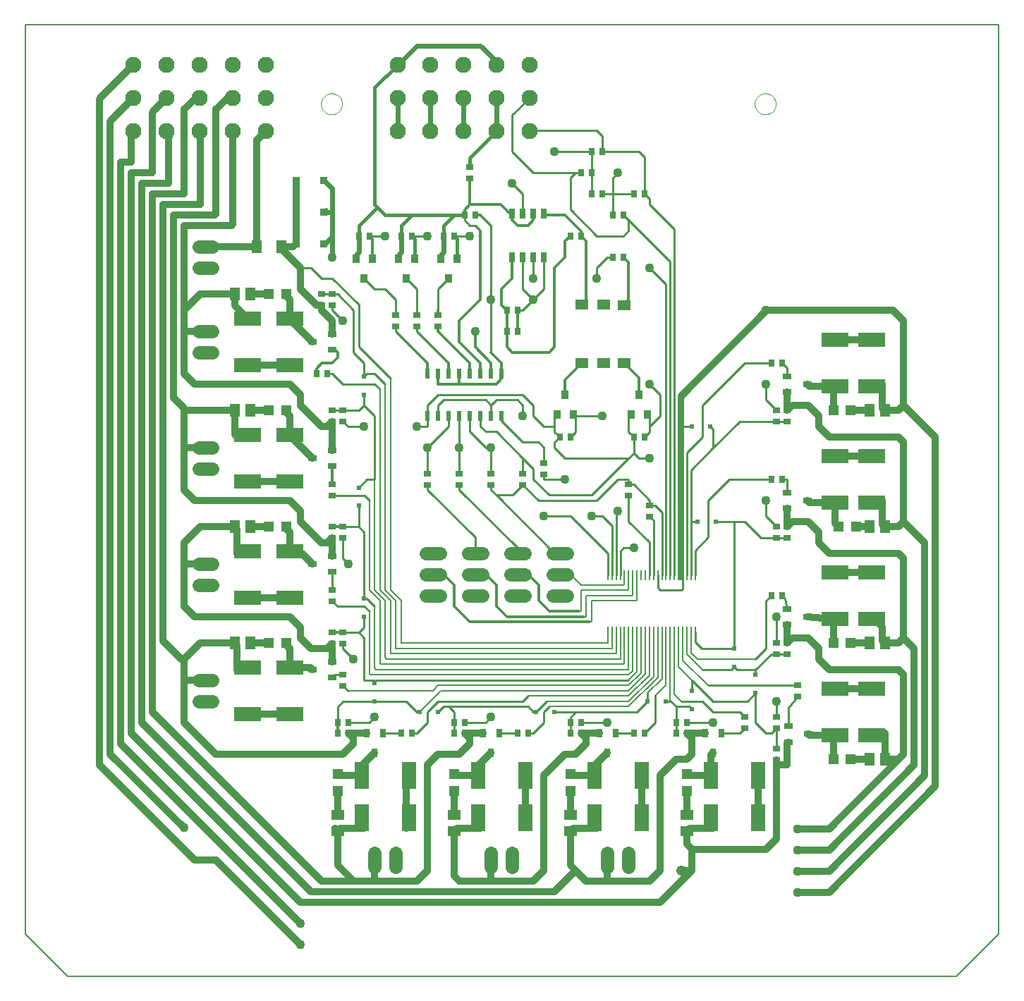
<source format=gtl>
G75*
G70*
%OFA0B0*%
%FSLAX24Y24*%
%IPPOS*%
%LPD*%
%AMOC8*
5,1,8,0,0,1.08239X$1,22.5*
%
%ADD10C,0.0080*%
%ADD11R,0.0278X0.8672*%
%ADD12R,0.0098X0.0492*%
%ADD13R,0.0354X0.0276*%
%ADD14R,0.0220X0.0470*%
%ADD15R,0.0354X0.0394*%
%ADD16R,0.0600X0.0500*%
%ADD17R,0.0300X0.0450*%
%ADD18R,0.0276X0.0354*%
%ADD19C,0.0640*%
%ADD20R,0.0236X0.0236*%
%ADD21R,0.0394X0.0315*%
%ADD22R,0.1260X0.0709*%
%ADD23R,0.0472X0.0472*%
%ADD24R,0.0512X0.0591*%
%ADD25R,0.0315X0.0394*%
%ADD26R,0.0709X0.1260*%
%ADD27R,0.0591X0.0512*%
%ADD28R,0.0335X0.0335*%
%ADD29R,0.0472X0.0630*%
%ADD30C,0.0768*%
%ADD31C,0.0000*%
%ADD32C,0.0100*%
%ADD33C,0.0436*%
%ADD34C,0.0120*%
%ADD35C,0.0240*%
%ADD36C,0.0160*%
%ADD37C,0.0320*%
%ADD38C,0.0476*%
D10*
X000159Y002141D02*
X002181Y000141D01*
X044181Y000141D01*
X046181Y002141D01*
X046181Y045141D01*
X000181Y045141D01*
X000159Y002141D01*
X015437Y013641D02*
X019431Y013641D01*
X019681Y013891D01*
X028681Y013891D01*
X029268Y014478D01*
X029268Y016444D01*
X029071Y016444D02*
X029071Y014531D01*
X028681Y014141D01*
X028681Y014391D02*
X028874Y014584D01*
X028874Y016444D01*
X028677Y016444D02*
X028677Y014641D01*
X016781Y014641D01*
X016764Y014643D01*
X016747Y014647D01*
X016731Y014654D01*
X016717Y014664D01*
X016704Y014677D01*
X016694Y014691D01*
X016687Y014707D01*
X016683Y014724D01*
X016681Y014741D01*
X016681Y017641D01*
X016431Y017391D02*
X016431Y014891D01*
X016431Y014491D01*
X016433Y014474D01*
X016437Y014457D01*
X016444Y014441D01*
X016454Y014427D01*
X016467Y014414D01*
X016481Y014404D01*
X016497Y014397D01*
X016514Y014393D01*
X016531Y014391D01*
X016931Y014391D01*
X028681Y014391D01*
X028381Y014891D02*
X017031Y014891D01*
X017014Y014893D01*
X016997Y014897D01*
X016981Y014904D01*
X016967Y014914D01*
X016954Y014927D01*
X016944Y014941D01*
X016937Y014957D01*
X016933Y014974D01*
X016931Y014991D01*
X016931Y017891D01*
X016431Y018391D01*
X016431Y022641D01*
X016681Y023641D02*
X016681Y018391D01*
X017181Y017891D01*
X017181Y015241D01*
X017183Y015224D01*
X017187Y015207D01*
X017194Y015191D01*
X017204Y015177D01*
X017217Y015164D01*
X017231Y015154D01*
X017247Y015147D01*
X017264Y015143D01*
X017281Y015141D01*
X028284Y015141D01*
X028284Y016444D01*
X028481Y016444D02*
X028481Y015141D01*
X028481Y014991D01*
X028479Y014974D01*
X028475Y014957D01*
X028468Y014941D01*
X028458Y014927D01*
X028445Y014914D01*
X028431Y014904D01*
X028415Y014897D01*
X028398Y014893D01*
X028381Y014891D01*
X028087Y015391D02*
X028087Y016444D01*
X027890Y016444D02*
X027890Y015641D01*
X017681Y015641D01*
X017681Y017891D01*
X017181Y018391D01*
X017181Y028141D01*
X016931Y027891D02*
X016931Y018391D01*
X017431Y017891D01*
X017431Y015391D01*
X028087Y015391D01*
X027693Y015891D02*
X027693Y016444D01*
X027693Y015891D02*
X017931Y015891D01*
X017931Y017891D01*
X017431Y018391D01*
X017431Y028391D01*
X025931Y019141D02*
X026431Y018641D01*
X028381Y018641D01*
X028398Y018643D01*
X028415Y018647D01*
X028431Y018654D01*
X028445Y018664D01*
X028458Y018677D01*
X028468Y018691D01*
X028475Y018707D01*
X028479Y018724D01*
X028481Y018741D01*
X028481Y019121D01*
X028677Y019121D02*
X028677Y018491D01*
X028675Y018474D01*
X028671Y018457D01*
X028664Y018441D01*
X028654Y018427D01*
X028641Y018414D01*
X028627Y018404D01*
X028611Y018397D01*
X028594Y018393D01*
X028577Y018391D01*
X026431Y018391D01*
X026431Y017491D01*
X026429Y017474D01*
X026425Y017457D01*
X026418Y017441D01*
X026408Y017427D01*
X026395Y017414D01*
X026381Y017404D01*
X026365Y017397D01*
X026348Y017393D01*
X026331Y017391D01*
X026581Y017141D02*
X026598Y017143D01*
X026615Y017147D01*
X026631Y017154D01*
X026645Y017164D01*
X026658Y017177D01*
X026668Y017191D01*
X026675Y017207D01*
X026679Y017224D01*
X026681Y017241D01*
X026681Y018141D01*
X028774Y018141D01*
X028791Y018143D01*
X028808Y018147D01*
X028824Y018154D01*
X028838Y018164D01*
X028851Y018177D01*
X028861Y018191D01*
X028868Y018207D01*
X028872Y018224D01*
X028874Y018241D01*
X028874Y019121D01*
X029071Y019121D02*
X029071Y017991D01*
X029069Y017974D01*
X029065Y017957D01*
X029058Y017941D01*
X029048Y017927D01*
X029035Y017914D01*
X029021Y017904D01*
X029005Y017897D01*
X028988Y017893D01*
X028971Y017891D01*
X026931Y017891D01*
X026931Y016991D01*
X026929Y016974D01*
X026925Y016957D01*
X026918Y016941D01*
X026908Y016927D01*
X026895Y016914D01*
X026881Y016904D01*
X026865Y016897D01*
X026848Y016893D01*
X026831Y016891D01*
X029465Y016444D02*
X029465Y014425D01*
X028681Y013641D01*
X019815Y013641D01*
X018815Y012641D01*
X023931Y013391D02*
X028681Y013391D01*
X029662Y014371D01*
X029662Y016444D01*
X029859Y016444D02*
X029859Y014318D01*
X028681Y013141D01*
X024815Y013141D01*
X024931Y012891D02*
X028681Y012891D01*
X030055Y014265D01*
X030055Y016444D01*
X030252Y016444D02*
X030252Y014212D01*
X029565Y013525D01*
X029931Y013391D02*
X030449Y013909D01*
X030449Y016444D01*
X030646Y016444D02*
X030646Y013177D01*
X030843Y013480D02*
X030843Y016444D01*
X031040Y016444D02*
X031040Y014783D01*
X031681Y014141D01*
X032181Y014641D02*
X031433Y015389D01*
X031433Y016444D01*
X031237Y016444D02*
X031237Y015086D01*
X032431Y013891D01*
X031181Y013141D02*
X030843Y013480D01*
X031931Y015141D02*
X031630Y015442D01*
X031630Y016444D01*
X031931Y015141D02*
X034681Y015141D01*
D11*
X031140Y023221D03*
D12*
X031237Y019121D03*
X031433Y019121D03*
X031630Y019121D03*
X031827Y019121D03*
X031040Y019121D03*
X030843Y019121D03*
X030646Y019121D03*
X030449Y019121D03*
X030252Y019121D03*
X030055Y019121D03*
X029859Y019121D03*
X029662Y019121D03*
X029465Y019121D03*
X029268Y019121D03*
X029071Y019121D03*
X028874Y019121D03*
X028677Y019121D03*
X028481Y019121D03*
X028284Y019121D03*
X028087Y019121D03*
X027890Y019121D03*
X027693Y019121D03*
X027693Y016444D03*
X027890Y016444D03*
X028087Y016444D03*
X028284Y016444D03*
X028481Y016444D03*
X028677Y016444D03*
X028874Y016444D03*
X029071Y016444D03*
X029268Y016444D03*
X029465Y016444D03*
X029662Y016444D03*
X029859Y016444D03*
X030055Y016444D03*
X030252Y016444D03*
X030449Y016444D03*
X030646Y016444D03*
X030843Y016444D03*
X031040Y016444D03*
X031237Y016444D03*
X031433Y016444D03*
X031630Y016444D03*
X031827Y016444D03*
D13*
X035681Y015897D03*
X036181Y015897D03*
X036181Y015385D03*
X035681Y015385D03*
X036681Y013897D03*
X036681Y013385D03*
X035681Y012397D03*
X035681Y011885D03*
X035681Y010897D03*
X035681Y010385D03*
X034181Y011885D03*
X034181Y012397D03*
X035681Y020885D03*
X035681Y021397D03*
X036181Y021397D03*
X036181Y020885D03*
X036181Y026385D03*
X036181Y026897D03*
X035681Y026897D03*
X035681Y026385D03*
X029681Y022397D03*
X029681Y021885D03*
X028681Y022885D03*
X028681Y023397D03*
X024681Y023885D03*
X024681Y024397D03*
X023681Y023897D03*
X023681Y023385D03*
X022181Y023385D03*
X022181Y023897D03*
X020681Y023897D03*
X020681Y023385D03*
X019181Y023385D03*
X019181Y023897D03*
X015181Y026385D03*
X014681Y026385D03*
X014681Y026897D03*
X015181Y026897D03*
X014681Y023397D03*
X014681Y022885D03*
X014681Y021397D03*
X015181Y021397D03*
X015181Y020885D03*
X014681Y020885D03*
X014681Y018397D03*
X014681Y017885D03*
X014681Y016397D03*
X015181Y016397D03*
X015181Y015885D03*
X014681Y015885D03*
X015181Y014397D03*
X015181Y013885D03*
X017681Y030885D03*
X017681Y031397D03*
X018681Y031397D03*
X018681Y030885D03*
X019681Y030885D03*
X019681Y031397D03*
X014681Y031885D03*
X014181Y031885D03*
X014181Y032397D03*
X014681Y032397D03*
X021181Y037885D03*
X021181Y038397D03*
D14*
X021181Y028641D03*
X020681Y028641D03*
X020181Y028641D03*
X019681Y028641D03*
X019181Y028641D03*
X019181Y026641D03*
X019681Y026641D03*
X020181Y026641D03*
X020681Y026641D03*
X021181Y026641D03*
X021681Y026641D03*
X022181Y026641D03*
X022681Y026641D03*
X022681Y028641D03*
X022181Y028641D03*
X021681Y028641D03*
D15*
X025288Y026716D03*
X026075Y026716D03*
X025681Y027641D03*
X028788Y026716D03*
X029575Y026716D03*
X029181Y027641D03*
X020575Y034066D03*
X019788Y034066D03*
X020181Y033141D03*
X018575Y034066D03*
X017788Y034066D03*
X018181Y033141D03*
X016575Y034066D03*
X015788Y034066D03*
X016181Y033141D03*
D16*
X026481Y031891D03*
X027501Y031891D03*
X028451Y031881D03*
X028481Y029141D03*
X027501Y029141D03*
X026481Y029141D03*
D17*
X024681Y034141D03*
X024181Y034141D03*
X023681Y034141D03*
X023181Y034141D03*
X023181Y036191D03*
X023681Y036191D03*
X024181Y036191D03*
X024681Y036191D03*
D18*
X025926Y035141D03*
X026437Y035141D03*
X027926Y034141D03*
X028437Y034141D03*
X028437Y036141D03*
X027926Y036141D03*
X027437Y037141D03*
X026926Y037141D03*
X026937Y038141D03*
X026426Y038141D03*
X026926Y039141D03*
X027437Y039141D03*
X028926Y037141D03*
X029437Y037141D03*
X023437Y031641D03*
X022926Y031641D03*
X022926Y030641D03*
X023437Y030641D03*
X020437Y035141D03*
X019926Y035141D03*
X020926Y036141D03*
X021437Y036141D03*
X018437Y035141D03*
X017926Y035141D03*
X016437Y035141D03*
X015926Y035141D03*
X014437Y028641D03*
X013926Y028641D03*
X025426Y025641D03*
X025937Y025641D03*
X028926Y025641D03*
X029437Y025641D03*
X035426Y023641D03*
X035937Y023641D03*
X035937Y018141D03*
X035426Y018141D03*
X031437Y012141D03*
X031437Y011641D03*
X030926Y011641D03*
X030926Y012141D03*
X029437Y011641D03*
X028926Y011641D03*
X026437Y011641D03*
X026437Y012141D03*
X025926Y012141D03*
X025926Y011641D03*
X023937Y011641D03*
X023426Y011641D03*
X020937Y011641D03*
X020937Y012141D03*
X020426Y012141D03*
X020426Y011641D03*
X018437Y011641D03*
X017926Y011641D03*
X015437Y011641D03*
X015437Y012141D03*
X014926Y012141D03*
X014926Y011641D03*
X035426Y029141D03*
X035937Y029141D03*
D19*
X025751Y020141D02*
X025111Y020141D01*
X025111Y019141D02*
X025751Y019141D01*
X025751Y018141D02*
X025111Y018141D01*
X023751Y018141D02*
X023111Y018141D01*
X023111Y019141D02*
X023751Y019141D01*
X023751Y020141D02*
X023111Y020141D01*
X021751Y020141D02*
X021111Y020141D01*
X021111Y019141D02*
X021751Y019141D01*
X021751Y018141D02*
X021111Y018141D01*
X019751Y018141D02*
X019111Y018141D01*
X019111Y019141D02*
X019751Y019141D01*
X019751Y020141D02*
X019111Y020141D01*
X009001Y019641D02*
X008361Y019641D01*
X008361Y018641D02*
X009001Y018641D01*
X009001Y014141D02*
X008361Y014141D01*
X008361Y013141D02*
X009001Y013141D01*
X016681Y005961D02*
X016681Y005321D01*
X017681Y005321D02*
X017681Y005961D01*
X022181Y005961D02*
X022181Y005321D01*
X023181Y005321D02*
X023181Y005961D01*
X027681Y005961D02*
X027681Y005321D01*
X028681Y005321D02*
X028681Y005961D01*
X009001Y024141D02*
X008361Y024141D01*
X008361Y025141D02*
X009001Y025141D01*
X009001Y029641D02*
X008361Y029641D01*
X008361Y030641D02*
X009001Y030641D01*
X009001Y033641D02*
X008361Y033641D01*
X008361Y034641D02*
X009001Y034641D01*
D20*
X016181Y028507D03*
X016181Y027641D03*
X015931Y023257D03*
X015931Y022391D03*
X016181Y018007D03*
X016181Y017141D03*
X016681Y014007D03*
X016681Y013141D03*
X018815Y012641D03*
X019681Y012641D03*
X024315Y012641D03*
X025181Y012641D03*
X029565Y013141D03*
X030431Y013141D03*
X031681Y012775D03*
X031681Y013641D03*
X033681Y014775D03*
X033681Y015641D03*
X034681Y014391D03*
X034681Y013525D03*
X032798Y021641D03*
X031931Y021641D03*
X031681Y026141D03*
X032548Y026141D03*
D21*
X036181Y027767D03*
X036181Y028515D03*
X037126Y028141D03*
X036181Y023015D03*
X036181Y022267D03*
X037126Y022641D03*
X036181Y017515D03*
X036181Y016767D03*
X037126Y017141D03*
X036231Y011965D03*
X036231Y011217D03*
X037176Y011591D03*
X014681Y014267D03*
X014681Y015015D03*
X013737Y014641D03*
X014681Y019267D03*
X014681Y020015D03*
X013737Y019641D03*
X014681Y024267D03*
X014681Y025015D03*
X013737Y024641D03*
X014681Y029767D03*
X014681Y030515D03*
X013737Y030141D03*
D22*
X012681Y029039D03*
X010681Y029039D03*
X010681Y031243D03*
X012681Y031243D03*
X012681Y025743D03*
X010681Y025743D03*
X010681Y023539D03*
X012681Y023539D03*
X012681Y020243D03*
X010681Y020243D03*
X010681Y018039D03*
X012681Y018039D03*
X012681Y014743D03*
X010681Y014743D03*
X010681Y012539D03*
X012681Y012539D03*
X038431Y011539D03*
X040181Y011539D03*
X040181Y013743D03*
X038431Y013743D03*
X038431Y017039D03*
X040181Y017039D03*
X040181Y019243D03*
X038431Y019243D03*
X038431Y022539D03*
X040181Y022539D03*
X040181Y024743D03*
X038431Y024743D03*
X038431Y028039D03*
X040181Y028039D03*
X040181Y030243D03*
X038431Y030243D03*
D23*
X038355Y026891D03*
X039181Y026891D03*
X039431Y021391D03*
X038605Y021391D03*
X038355Y015891D03*
X039181Y015891D03*
X039181Y010391D03*
X038355Y010391D03*
X031431Y009718D03*
X031431Y008891D03*
X025931Y008891D03*
X025931Y009718D03*
X020431Y009718D03*
X020431Y008891D03*
X014931Y008891D03*
X014931Y009718D03*
X012508Y015891D03*
X011681Y015891D03*
X011681Y021391D03*
X012508Y021391D03*
X012508Y026891D03*
X011681Y026891D03*
X011681Y032391D03*
X012508Y032391D03*
D24*
X010805Y032391D03*
X010057Y032391D03*
X010057Y026891D03*
X010805Y026891D03*
X010805Y021391D03*
X010057Y021391D03*
X010057Y015891D03*
X010805Y015891D03*
X040057Y015891D03*
X040805Y015891D03*
X040805Y021391D03*
X040057Y021391D03*
X040057Y026891D03*
X040805Y026891D03*
X040805Y010391D03*
X040057Y010391D03*
D25*
X033055Y011641D03*
X032307Y011641D03*
X032681Y010696D03*
X028055Y011641D03*
X027307Y011641D03*
X027681Y010696D03*
X022555Y011641D03*
X021807Y011641D03*
X022181Y010696D03*
X017055Y011641D03*
X016307Y011641D03*
X016681Y010696D03*
D26*
X016079Y009641D03*
X016079Y007641D03*
X018284Y007641D03*
X018284Y009641D03*
X021579Y009641D03*
X021579Y007641D03*
X023784Y007641D03*
X023784Y009641D03*
X027079Y009641D03*
X027079Y007641D03*
X029284Y007641D03*
X029284Y009641D03*
X032579Y009641D03*
X032579Y007641D03*
X034784Y007641D03*
X034784Y009641D03*
D27*
X031431Y007765D03*
X031431Y007017D03*
X025931Y007017D03*
X025931Y007765D03*
X020431Y007765D03*
X020431Y007017D03*
X014931Y007017D03*
X014931Y007765D03*
D28*
X014260Y034787D03*
X012961Y034787D03*
X012961Y036287D03*
X014260Y036287D03*
X014260Y037787D03*
X012961Y037787D03*
D29*
X012272Y034641D03*
X011091Y034641D03*
D30*
X011517Y040101D03*
X009958Y040101D03*
X008399Y040101D03*
X006840Y040101D03*
X005281Y040101D03*
X005281Y041672D03*
X006840Y041672D03*
X006840Y043243D03*
X005281Y043243D03*
X008399Y043243D03*
X009958Y043243D03*
X011517Y043243D03*
X011517Y041672D03*
X009958Y041672D03*
X008399Y041672D03*
X017753Y041672D03*
X019312Y041672D03*
X019312Y043243D03*
X017753Y043243D03*
X020871Y043243D03*
X022430Y043243D03*
X023989Y043243D03*
X023989Y041672D03*
X022430Y041672D03*
X020871Y041672D03*
X020871Y040101D03*
X022430Y040101D03*
X023989Y040101D03*
X019312Y040101D03*
X017753Y040101D03*
D31*
X014135Y041392D02*
X014137Y041436D01*
X014143Y041480D01*
X014153Y041523D01*
X014166Y041565D01*
X014183Y041606D01*
X014204Y041645D01*
X014228Y041682D01*
X014255Y041717D01*
X014285Y041749D01*
X014318Y041779D01*
X014354Y041805D01*
X014391Y041829D01*
X014431Y041848D01*
X014472Y041865D01*
X014515Y041877D01*
X014558Y041886D01*
X014602Y041891D01*
X014646Y041892D01*
X014690Y041889D01*
X014734Y041882D01*
X014777Y041871D01*
X014819Y041857D01*
X014859Y041839D01*
X014898Y041817D01*
X014934Y041793D01*
X014968Y041765D01*
X015000Y041734D01*
X015029Y041700D01*
X015055Y041664D01*
X015077Y041626D01*
X015096Y041586D01*
X015111Y041544D01*
X015123Y041502D01*
X015131Y041458D01*
X015135Y041414D01*
X015135Y041370D01*
X015131Y041326D01*
X015123Y041282D01*
X015111Y041240D01*
X015096Y041198D01*
X015077Y041158D01*
X015055Y041120D01*
X015029Y041084D01*
X015000Y041050D01*
X014968Y041019D01*
X014934Y040991D01*
X014898Y040967D01*
X014859Y040945D01*
X014819Y040927D01*
X014777Y040913D01*
X014734Y040902D01*
X014690Y040895D01*
X014646Y040892D01*
X014602Y040893D01*
X014558Y040898D01*
X014515Y040907D01*
X014472Y040919D01*
X014431Y040936D01*
X014391Y040955D01*
X014354Y040979D01*
X014318Y041005D01*
X014285Y041035D01*
X014255Y041067D01*
X014228Y041102D01*
X014204Y041139D01*
X014183Y041178D01*
X014166Y041219D01*
X014153Y041261D01*
X014143Y041304D01*
X014137Y041348D01*
X014135Y041392D01*
X034635Y041392D02*
X034637Y041436D01*
X034643Y041480D01*
X034653Y041523D01*
X034666Y041565D01*
X034683Y041606D01*
X034704Y041645D01*
X034728Y041682D01*
X034755Y041717D01*
X034785Y041749D01*
X034818Y041779D01*
X034854Y041805D01*
X034891Y041829D01*
X034931Y041848D01*
X034972Y041865D01*
X035015Y041877D01*
X035058Y041886D01*
X035102Y041891D01*
X035146Y041892D01*
X035190Y041889D01*
X035234Y041882D01*
X035277Y041871D01*
X035319Y041857D01*
X035359Y041839D01*
X035398Y041817D01*
X035434Y041793D01*
X035468Y041765D01*
X035500Y041734D01*
X035529Y041700D01*
X035555Y041664D01*
X035577Y041626D01*
X035596Y041586D01*
X035611Y041544D01*
X035623Y041502D01*
X035631Y041458D01*
X035635Y041414D01*
X035635Y041370D01*
X035631Y041326D01*
X035623Y041282D01*
X035611Y041240D01*
X035596Y041198D01*
X035577Y041158D01*
X035555Y041120D01*
X035529Y041084D01*
X035500Y041050D01*
X035468Y041019D01*
X035434Y040991D01*
X035398Y040967D01*
X035359Y040945D01*
X035319Y040927D01*
X035277Y040913D01*
X035234Y040902D01*
X035190Y040895D01*
X035146Y040892D01*
X035102Y040893D01*
X035058Y040898D01*
X035015Y040907D01*
X034972Y040919D01*
X034931Y040936D01*
X034891Y040955D01*
X034854Y040979D01*
X034818Y041005D01*
X034785Y041035D01*
X034755Y041067D01*
X034728Y041102D01*
X034704Y041139D01*
X034683Y041178D01*
X034666Y041219D01*
X034653Y041261D01*
X034643Y041304D01*
X034637Y041348D01*
X034635Y041392D01*
D32*
X029681Y036897D02*
X029437Y037141D01*
X029437Y038885D01*
X029181Y039141D01*
X027437Y039141D01*
X027437Y039885D01*
X027181Y040141D01*
X024029Y040141D01*
X023989Y040101D01*
X023181Y040864D02*
X023181Y039141D01*
X024181Y038141D01*
X026426Y038141D01*
X026181Y038141D01*
X025931Y037891D01*
X025931Y036391D01*
X027181Y035141D01*
X028431Y035141D01*
X028681Y035391D01*
X028681Y035897D01*
X028437Y036141D01*
X030646Y033932D01*
X030646Y019121D01*
X030843Y019121D02*
X030843Y035480D01*
X029681Y036641D01*
X029681Y036897D01*
X028926Y037141D02*
X027926Y037141D01*
X027437Y037141D01*
X027926Y037141D02*
X027926Y037885D01*
X028181Y038141D01*
X027926Y037141D02*
X027926Y036141D01*
X027926Y036653D01*
X026926Y037141D02*
X026937Y038141D01*
X026926Y039141D01*
X025181Y039141D01*
X023181Y037641D02*
X023681Y037141D01*
X023681Y036191D01*
X022181Y035641D02*
X022181Y032141D01*
X022181Y029641D01*
X020181Y029141D02*
X018681Y030641D01*
X018681Y030885D01*
X018681Y031397D02*
X018681Y032641D01*
X018181Y033141D01*
X017681Y032141D02*
X017181Y032641D01*
X016681Y032641D01*
X016181Y033141D01*
X014926Y032397D02*
X015681Y031641D01*
X015681Y029641D01*
X016181Y029141D01*
X016181Y028507D01*
X016315Y028641D01*
X016681Y028641D01*
X017181Y028141D01*
X016931Y027891D02*
X016681Y028141D01*
X015181Y028141D01*
X014681Y028641D01*
X014437Y028641D01*
X015931Y029891D02*
X015931Y031891D01*
X014681Y033141D01*
X014181Y033141D01*
X013681Y033641D01*
X013181Y033641D01*
X014181Y032397D02*
X014681Y032397D01*
X014926Y032397D01*
X014681Y031885D02*
X014681Y031641D01*
X015181Y031141D01*
X015931Y029891D02*
X017431Y028391D01*
X016181Y027641D02*
X016181Y027141D01*
X015931Y026891D01*
X015917Y026897D02*
X015181Y026897D01*
X014681Y026897D01*
X015181Y026385D02*
X015426Y026141D01*
X016181Y026141D01*
X016681Y026641D02*
X016681Y023641D01*
X016315Y023641D01*
X015931Y023257D01*
X016146Y022885D02*
X014681Y022885D01*
X015931Y022391D02*
X015931Y021411D01*
X015926Y021397D02*
X015181Y021397D01*
X015181Y020885D02*
X015181Y019891D01*
X015431Y019641D01*
X014681Y019267D02*
X014681Y018397D01*
X014681Y017885D02*
X014926Y017641D01*
X016181Y017641D01*
X016431Y017391D01*
X016181Y017141D02*
X016181Y016641D01*
X015931Y016391D01*
X015187Y016391D01*
X015181Y016397D01*
X015181Y015885D02*
X015181Y015641D01*
X015681Y015141D01*
X015181Y014397D02*
X014811Y014397D01*
X014681Y014267D01*
X015181Y013885D02*
X015437Y013641D01*
X015181Y013141D02*
X016681Y013141D01*
X018181Y013141D01*
X018681Y012641D01*
X018815Y012641D01*
X019181Y012641D02*
X019181Y012141D01*
X018681Y011641D01*
X018437Y011641D01*
X017926Y011641D02*
X017055Y011641D01*
X016431Y012141D02*
X016681Y012391D01*
X016431Y012141D02*
X015437Y012141D01*
X014926Y012141D02*
X014926Y012885D01*
X015181Y013141D01*
X016181Y014141D02*
X016181Y016141D01*
X015931Y016391D01*
X016681Y017641D02*
X016315Y018007D01*
X016181Y018007D01*
X016181Y021141D01*
X015926Y021397D01*
X015925Y021397D02*
X015929Y021403D01*
X015931Y021411D01*
X016431Y022641D02*
X016217Y022856D01*
X016205Y022866D01*
X016191Y022874D01*
X016177Y022880D01*
X016162Y022884D01*
X016146Y022885D01*
X019181Y023141D02*
X021431Y020891D01*
X021431Y020141D01*
X023431Y020141D02*
X023431Y020391D01*
X020681Y023141D01*
X020681Y023385D01*
X020681Y023897D02*
X020681Y025141D01*
X020681Y026641D01*
X020181Y026641D02*
X020181Y026141D01*
X019181Y025141D01*
X019181Y023897D01*
X019181Y023385D02*
X019181Y023141D01*
X019181Y026141D02*
X018681Y026141D01*
X019181Y026141D02*
X019181Y027141D01*
X019681Y027641D01*
X023681Y027641D01*
X024181Y027141D01*
X024181Y026641D01*
X024681Y026141D01*
X025181Y026141D01*
X025181Y026641D01*
X025256Y026716D01*
X025288Y026716D01*
X025181Y026141D02*
X025181Y025885D01*
X025426Y025641D01*
X025181Y025397D01*
X025181Y025141D01*
X025681Y024641D01*
X028681Y024641D01*
X028926Y024885D01*
X029170Y024641D01*
X029681Y024641D01*
X028926Y024885D02*
X028926Y025641D01*
X028681Y025885D01*
X028681Y026641D01*
X028756Y026716D01*
X028788Y026716D01*
X029575Y026716D02*
X029607Y026716D01*
X029681Y026641D01*
X029681Y026141D01*
X030181Y026641D01*
X030181Y027641D01*
X029681Y028141D01*
X031237Y027655D02*
X031237Y026141D01*
X031681Y026141D01*
X031237Y026141D02*
X031237Y019121D01*
X031237Y018446D01*
X031181Y018391D01*
X030181Y018391D01*
X030055Y018517D01*
X030055Y019121D01*
X029859Y019121D02*
X029859Y021708D01*
X029681Y021885D01*
X029681Y022397D02*
X029681Y022641D01*
X028926Y023397D01*
X028681Y023397D01*
X028681Y023641D01*
X028181Y023641D01*
X027181Y022641D01*
X024426Y022641D01*
X023681Y023385D01*
X023193Y022897D01*
X022426Y022897D01*
X025181Y020141D01*
X025431Y020141D01*
X025931Y021891D02*
X024681Y021891D01*
X024931Y022891D02*
X026931Y022891D01*
X028681Y024641D01*
X029437Y025641D02*
X029681Y025885D01*
X029681Y026141D01*
X031433Y024893D02*
X032181Y025641D01*
X032181Y027141D01*
X034181Y029141D01*
X035426Y029141D01*
X035937Y029141D02*
X036181Y028897D01*
X036181Y028515D01*
X035181Y028141D02*
X035181Y027397D01*
X035681Y026897D01*
X035681Y026385D02*
X036181Y026385D01*
X035681Y026385D02*
X033926Y026385D01*
X032681Y025141D01*
X032681Y026007D01*
X032548Y026141D01*
X032681Y025141D02*
X031630Y024090D01*
X031630Y021641D01*
X031931Y021641D01*
X031630Y021641D02*
X031630Y019121D01*
X031433Y019121D02*
X031433Y024893D01*
X033431Y023641D02*
X032431Y022641D01*
X032431Y020891D01*
X031827Y020287D01*
X031827Y019121D01*
X031237Y019121D02*
X031040Y019121D01*
X030449Y019121D02*
X030449Y032873D01*
X029681Y033641D01*
X027926Y034141D02*
X027681Y034141D01*
X027181Y033641D01*
X027181Y033141D01*
X024681Y032641D02*
X024681Y034141D01*
X024181Y034141D02*
X024181Y033141D01*
X023681Y032641D02*
X024181Y032141D01*
X023681Y031641D01*
X023437Y031641D01*
X024181Y032141D02*
X024681Y032641D01*
X023681Y032641D02*
X023681Y034141D01*
X021681Y035385D02*
X021681Y035391D01*
X021431Y035641D01*
X021181Y035641D01*
X020931Y035891D01*
X020931Y036135D01*
X020926Y036141D01*
X021181Y035141D02*
X020437Y035141D01*
X019181Y035141D02*
X018437Y035141D01*
X017181Y035141D02*
X016437Y035141D01*
X017681Y032141D02*
X017681Y031397D01*
X017681Y030885D02*
X017681Y030641D01*
X018181Y030141D01*
X019681Y031641D02*
X019681Y032641D01*
X020181Y033141D01*
X019931Y027391D02*
X021931Y027391D01*
X022181Y027141D01*
X022431Y027391D01*
X023431Y027391D01*
X023681Y027141D01*
X023681Y026641D01*
X022681Y026391D02*
X023681Y025391D01*
X024431Y025391D01*
X024681Y025141D01*
X024681Y024397D01*
X024681Y023885D02*
X024681Y023641D01*
X025681Y023641D01*
X024931Y022891D02*
X024181Y023641D01*
X024181Y024141D01*
X023681Y024641D01*
X023681Y023897D01*
X023681Y024641D02*
X022431Y025891D01*
X021931Y025891D01*
X021681Y026141D01*
X021681Y026641D01*
X021181Y026641D02*
X021181Y025891D01*
X021931Y025141D01*
X022181Y025141D01*
X022181Y023897D01*
X022181Y023385D02*
X022181Y023141D01*
X022426Y022897D01*
X025931Y021891D02*
X027693Y020129D01*
X027693Y019121D01*
X027890Y019121D02*
X027890Y021432D01*
X027431Y021891D01*
X026931Y021891D01*
X028087Y022047D02*
X028087Y019121D01*
X028284Y019121D02*
X028284Y020243D01*
X028431Y020391D01*
X028931Y020391D01*
X029662Y020661D02*
X029662Y019121D01*
X030252Y019121D02*
X030252Y022070D01*
X029926Y022397D01*
X029681Y022397D01*
X028681Y022885D02*
X028681Y021641D01*
X029662Y020661D01*
X028181Y022141D02*
X028087Y022047D01*
X028670Y023385D02*
X028681Y023397D01*
X026181Y025885D02*
X026181Y026641D01*
X026107Y026716D01*
X026075Y026716D01*
X026150Y026641D01*
X026181Y026641D02*
X027431Y026641D01*
X026181Y025885D02*
X025937Y025641D01*
X022681Y026391D02*
X022681Y026641D01*
X022181Y026641D02*
X022181Y027141D01*
X019931Y027391D02*
X019681Y027141D01*
X019681Y026641D01*
X019181Y026641D02*
X019181Y027141D01*
X016681Y026641D02*
X016181Y027141D01*
X015931Y026891D02*
X015925Y026895D01*
X015917Y026897D01*
X016181Y014141D02*
X016681Y014141D01*
X016681Y014007D01*
X016681Y014041D01*
X016683Y014058D01*
X016687Y014075D01*
X016694Y014091D01*
X016704Y014105D01*
X016717Y014118D01*
X016731Y014128D01*
X016747Y014135D01*
X016764Y014139D01*
X016781Y014141D01*
X028681Y014141D01*
X029565Y013525D02*
X029565Y013141D01*
X029065Y012641D01*
X026181Y012641D01*
X025181Y012641D01*
X024931Y012891D02*
X024681Y012641D01*
X024681Y012141D01*
X024181Y011641D01*
X023937Y011641D01*
X023426Y011641D02*
X022555Y011641D01*
X021931Y012141D02*
X022181Y012391D01*
X021931Y012141D02*
X020937Y012141D01*
X020426Y012141D02*
X020426Y011641D01*
X020426Y012141D02*
X020426Y012647D01*
X020181Y012891D01*
X023931Y012891D01*
X024181Y012641D01*
X024315Y012641D01*
X024815Y013141D01*
X023931Y013391D02*
X023681Y013141D01*
X019681Y013141D01*
X019181Y012641D01*
X019681Y012641D02*
X019931Y012891D01*
X020181Y012891D01*
X025926Y012385D02*
X025926Y012141D01*
X025926Y011641D01*
X026437Y012141D02*
X027681Y012141D01*
X028055Y011641D02*
X028926Y011641D01*
X029437Y011641D02*
X029931Y012135D01*
X029931Y013391D01*
X030431Y013141D02*
X030611Y013141D01*
X030646Y013177D01*
X030931Y012891D01*
X030926Y012885D01*
X030926Y012141D01*
X030926Y011641D01*
X031437Y012141D02*
X032681Y012141D01*
X032681Y012641D02*
X032181Y013141D01*
X031181Y013141D01*
X030931Y012891D02*
X031565Y012891D01*
X031681Y012775D01*
X031681Y013641D02*
X031681Y014141D01*
X032681Y013141D01*
X034298Y013141D01*
X034681Y013525D01*
X034681Y012141D01*
X035181Y011641D01*
X035437Y011641D01*
X035681Y011885D01*
X035681Y010897D01*
X036231Y011965D02*
X036231Y012835D01*
X036681Y013385D01*
X036681Y013897D02*
X036176Y013891D01*
X032431Y013891D01*
X032181Y014641D02*
X033548Y014641D01*
X033681Y014775D01*
X033815Y014641D01*
X034681Y014641D01*
X035426Y015385D01*
X035681Y015385D01*
X036181Y015385D01*
X035681Y015897D02*
X035681Y017141D01*
X036181Y017515D02*
X036063Y018015D01*
X035937Y018141D01*
X035426Y018141D02*
X035181Y017897D01*
X035181Y015641D01*
X034681Y015141D01*
X034681Y014641D02*
X034681Y014391D01*
X035681Y013141D02*
X035681Y012397D01*
X034181Y012397D02*
X033937Y012641D01*
X032681Y012641D01*
X033055Y011641D02*
X033937Y011641D01*
X034181Y011885D01*
X033681Y015641D02*
X032130Y015641D01*
X031827Y015944D01*
X031827Y016444D01*
X033681Y015641D02*
X033681Y021641D01*
X034181Y021641D01*
X034937Y020885D01*
X035681Y020885D01*
X036181Y020885D01*
X035681Y021397D02*
X035181Y021897D01*
X035181Y022641D01*
X035426Y023641D02*
X033431Y023641D01*
X033681Y021641D02*
X032798Y021641D01*
X035937Y023641D02*
X036181Y023641D01*
X036181Y023015D01*
X026181Y012641D02*
X025926Y012385D01*
X023181Y040864D02*
X023989Y041672D01*
D33*
X025181Y039141D03*
X023181Y037641D03*
X021181Y035141D03*
X019181Y035141D03*
X017181Y035141D03*
X014681Y034141D03*
X015181Y031141D03*
X016181Y026141D03*
X018681Y026141D03*
X019181Y025141D03*
X020681Y025141D03*
X022181Y025141D03*
X023681Y026641D03*
X025681Y023641D03*
X024681Y021891D03*
X026931Y021891D03*
X028181Y022141D03*
X028931Y020391D03*
X029681Y024641D03*
X027431Y026641D03*
X029681Y028141D03*
X035181Y028141D03*
X035181Y031641D03*
X029681Y033641D03*
X027181Y033141D03*
X024181Y033141D03*
X024181Y032141D03*
X022181Y032141D03*
X021431Y030641D03*
X028181Y038141D03*
X035181Y022641D03*
X035681Y017141D03*
X035681Y013141D03*
X032681Y012141D03*
X027681Y012141D03*
X022181Y012391D03*
X016681Y012391D03*
X015681Y015141D03*
X015431Y019641D03*
X007652Y007170D03*
X013181Y002641D03*
X013181Y001641D03*
X036652Y004112D03*
X036652Y005112D03*
X036652Y006112D03*
X036652Y007112D03*
D34*
X031681Y006100D02*
X031681Y005641D01*
X031681Y006100D02*
X031680Y006116D01*
X031676Y006131D01*
X031670Y006145D01*
X031662Y006159D01*
X031652Y006171D01*
X031652Y006170D02*
X031431Y006391D01*
X026831Y016891D02*
X021181Y016891D01*
X020431Y017641D01*
X020431Y018641D01*
X019961Y019112D01*
X019890Y019141D02*
X019431Y019141D01*
X019890Y019141D02*
X019906Y019140D01*
X019921Y019136D01*
X019935Y019130D01*
X019949Y019122D01*
X019961Y019112D01*
X021431Y019141D02*
X021890Y019141D01*
X021961Y019112D02*
X022431Y018641D01*
X022431Y017641D01*
X022931Y017141D01*
X026581Y017141D01*
X026331Y017391D02*
X024931Y017391D01*
X024431Y017891D01*
X024431Y018641D01*
X023961Y019112D01*
X023890Y019141D02*
X023431Y019141D01*
X023890Y019141D02*
X023906Y019140D01*
X023921Y019136D01*
X023935Y019130D01*
X023949Y019122D01*
X023961Y019112D01*
X025431Y019141D02*
X025931Y019141D01*
X021961Y019112D02*
X021949Y019122D01*
X021935Y019130D01*
X021921Y019136D01*
X021906Y019140D01*
X021890Y019141D01*
X015181Y021397D02*
X014681Y021397D01*
X014681Y023397D02*
X014681Y024267D01*
X013926Y028641D02*
X013926Y028885D01*
X014181Y029141D01*
X014681Y029141D01*
X014931Y029391D01*
X014931Y029641D01*
X014805Y029767D01*
X014681Y029767D01*
X018181Y030141D02*
X019181Y029141D01*
X019181Y028641D01*
X019681Y028641D02*
X019681Y028141D01*
X020681Y028141D01*
X020681Y028641D01*
X020181Y028641D02*
X020181Y029141D01*
X021181Y029141D02*
X021181Y028641D01*
X021181Y029141D02*
X019681Y030641D01*
X019681Y030885D01*
X019681Y031397D02*
X019681Y031641D01*
X020681Y031141D02*
X021681Y032141D01*
X021681Y035385D01*
X022181Y035641D02*
X021681Y036141D01*
X021437Y036141D01*
X020926Y036141D02*
X020926Y036385D01*
X021181Y036641D01*
X021181Y037885D01*
X021181Y036641D02*
X022631Y036641D01*
X023131Y036141D01*
X023181Y036191D01*
X023181Y035891D01*
X023431Y035641D01*
X023931Y035641D01*
X024181Y035891D01*
X024181Y036191D01*
X024681Y036191D02*
X024731Y036141D01*
X025681Y036141D01*
X026437Y035385D01*
X026437Y035141D01*
X026681Y034897D01*
X026681Y032141D01*
X026481Y031941D01*
X026481Y031891D01*
X028451Y031881D02*
X028451Y031911D01*
X028681Y032141D01*
X028681Y033891D01*
X028437Y034135D01*
X028437Y034141D01*
X025926Y035141D02*
X025681Y034897D01*
X025681Y034141D01*
X025181Y033641D01*
X025181Y029891D01*
X024931Y029641D01*
X023181Y029641D01*
X022926Y029897D01*
X022926Y030641D01*
X022926Y031641D01*
X022681Y031885D01*
X022681Y032641D01*
X023181Y033141D01*
X023181Y034141D01*
X023437Y031641D02*
X023437Y030641D01*
X022181Y029641D02*
X022681Y029141D01*
X022681Y028641D01*
X022681Y028391D01*
X022431Y028141D01*
X020681Y028141D01*
X021681Y028641D02*
X021681Y029141D01*
X020681Y030141D01*
X020681Y031141D01*
X021431Y030641D02*
X021431Y029891D01*
X022181Y029141D01*
X022181Y028641D01*
X025681Y028341D02*
X025681Y027641D01*
X025681Y028341D02*
X026481Y029141D01*
X028481Y029141D02*
X029181Y028441D01*
X029181Y027641D01*
X016575Y034066D02*
X016575Y035003D01*
X016437Y035141D01*
X015181Y016397D02*
X014681Y016397D01*
X014926Y012141D02*
X014926Y011641D01*
D35*
X015788Y034066D02*
X015788Y034247D01*
X015931Y034391D01*
X015931Y035135D01*
X015926Y035141D01*
X014681Y035141D02*
X014356Y034816D01*
X014286Y034787D02*
X014260Y034787D01*
X014286Y034787D02*
X014302Y034788D01*
X014317Y034792D01*
X014331Y034798D01*
X014345Y034806D01*
X014357Y034816D01*
X014681Y035141D02*
X014681Y035641D01*
X014681Y034141D01*
X014681Y035641D02*
X014681Y037324D01*
X014681Y036387D01*
X014679Y036370D01*
X014675Y036353D01*
X014668Y036337D01*
X014658Y036323D01*
X014645Y036310D01*
X014631Y036300D01*
X014615Y036293D01*
X014598Y036289D01*
X014581Y036287D01*
X014260Y036287D01*
X014681Y037324D02*
X014680Y037340D01*
X014676Y037355D01*
X014670Y037369D01*
X014662Y037383D01*
X014652Y037395D01*
X014260Y037787D01*
X017753Y040101D02*
X017753Y041672D01*
X017753Y043213D02*
X017753Y043243D01*
X018651Y044141D01*
X021681Y044141D01*
X022430Y043392D01*
X022430Y043243D01*
X022579Y043243D01*
X022430Y041672D02*
X022430Y040101D01*
X020871Y040101D02*
X020871Y041672D01*
X019312Y041672D02*
X019312Y040101D01*
X019926Y035141D02*
X019931Y035135D01*
X019931Y034391D01*
X019788Y034247D01*
X019788Y034066D01*
X017931Y034391D02*
X017788Y034247D01*
X017788Y034066D01*
X017931Y034391D02*
X017931Y035135D01*
X017926Y035141D01*
D36*
X017926Y035635D01*
X018431Y036141D01*
X017181Y036141D01*
X016806Y036516D01*
X015931Y035641D01*
X015931Y035147D01*
X015926Y035141D01*
X016806Y036516D02*
X016681Y036641D01*
X016681Y042171D01*
X017753Y043243D01*
X021181Y038853D02*
X022430Y040101D01*
X021181Y038853D02*
X021181Y038397D01*
X020926Y036141D02*
X020431Y036141D01*
X019931Y035641D01*
X019931Y035147D01*
X019926Y035141D01*
X020437Y035141D02*
X020575Y035003D01*
X020575Y034066D01*
X018575Y034066D02*
X018575Y035003D01*
X018437Y035141D01*
X018431Y036141D02*
X020926Y036141D01*
X014364Y036391D02*
X014260Y036287D01*
X014260Y034787D02*
X014327Y034787D01*
D37*
X013181Y033641D02*
X012272Y034551D01*
X012272Y034641D01*
X012774Y034641D01*
X012845Y034670D02*
X012961Y034787D01*
X012961Y036287D01*
X012961Y037787D01*
X011091Y039634D02*
X011092Y039650D01*
X011096Y039665D01*
X011102Y039679D01*
X011110Y039693D01*
X011120Y039705D01*
X011517Y040101D01*
X011091Y039634D02*
X011091Y034641D01*
X008681Y034641D01*
X007681Y035641D02*
X009858Y035641D01*
X009875Y035643D01*
X009892Y035647D01*
X009908Y035654D01*
X009922Y035664D01*
X009935Y035677D01*
X009945Y035691D01*
X009952Y035707D01*
X009956Y035724D01*
X009958Y035741D01*
X009958Y040101D01*
X009181Y041141D02*
X009181Y036241D01*
X009179Y036224D01*
X009175Y036207D01*
X009168Y036191D01*
X009158Y036177D01*
X009145Y036164D01*
X009131Y036154D01*
X009115Y036147D01*
X009098Y036143D01*
X009081Y036141D01*
X007181Y036141D01*
X007181Y027491D01*
X007681Y026991D01*
X007681Y026891D01*
X010057Y026891D01*
X010057Y025765D01*
X010181Y025641D01*
X010579Y025641D01*
X010681Y025743D01*
X010805Y026891D02*
X011681Y026891D01*
X012508Y026891D02*
X012508Y026814D01*
X012681Y026641D01*
X012681Y025743D01*
X012681Y025696D01*
X013737Y024641D01*
X014681Y025015D02*
X014681Y026385D01*
X014437Y026141D01*
X014181Y026141D01*
X013181Y027141D01*
X013181Y027641D01*
X012681Y028141D01*
X008181Y028141D01*
X007681Y028641D01*
X007681Y030641D01*
X008681Y030641D01*
X007681Y030641D02*
X007681Y031141D01*
X007681Y035641D01*
X008431Y036641D02*
X006681Y036641D01*
X006681Y015991D01*
X007502Y015170D01*
X007573Y015141D02*
X007681Y015141D01*
X008431Y015891D01*
X010057Y015891D01*
X010181Y015767D01*
X010181Y014641D01*
X010284Y014743D01*
X010681Y014743D01*
X010805Y015891D02*
X011681Y015891D01*
X012508Y015891D02*
X012508Y015814D01*
X012681Y015641D01*
X012681Y014743D01*
X013634Y014743D01*
X013737Y014641D01*
X013681Y015641D02*
X013181Y016141D01*
X013181Y016641D01*
X012681Y017141D01*
X008181Y017141D01*
X007681Y017641D01*
X007681Y019641D01*
X008681Y019641D01*
X007681Y019641D02*
X007681Y020641D01*
X008431Y021391D01*
X010057Y021391D01*
X010181Y021267D01*
X010181Y020141D01*
X010284Y020243D01*
X010681Y020243D01*
X010805Y021391D02*
X011681Y021391D01*
X012508Y021391D02*
X012508Y021314D01*
X012681Y021141D01*
X012681Y020243D01*
X012681Y020141D01*
X013237Y020141D01*
X013737Y019641D01*
X014681Y020015D02*
X014681Y020885D01*
X014437Y020641D01*
X014181Y020641D01*
X013181Y021641D01*
X013181Y022141D01*
X012681Y022641D01*
X008181Y022641D01*
X007681Y023141D01*
X007681Y025141D01*
X008681Y025141D01*
X007681Y025141D02*
X007681Y026891D01*
X010681Y029039D02*
X012681Y029039D01*
X013737Y030141D02*
X012681Y031196D01*
X012681Y031243D01*
X012681Y032141D01*
X012508Y032314D01*
X012508Y032391D01*
X011681Y032391D02*
X010805Y032391D01*
X010057Y032391D02*
X010057Y031867D01*
X010681Y031243D01*
X010057Y032391D02*
X008431Y032391D01*
X007681Y031641D01*
X007681Y031141D01*
X012774Y034641D02*
X012790Y034642D01*
X012805Y034646D01*
X012819Y034652D01*
X012833Y034660D01*
X012845Y034670D01*
X013181Y033641D02*
X013181Y032641D01*
X013937Y031885D01*
X014181Y031885D01*
X014181Y031641D01*
X014681Y031141D01*
X014681Y030515D01*
X008431Y036641D02*
X008431Y039843D01*
X008461Y039913D02*
X008399Y040101D01*
X008460Y039914D02*
X008450Y039902D01*
X008442Y039888D01*
X008436Y039874D01*
X008432Y039859D01*
X008431Y039843D01*
X007681Y041141D02*
X007681Y037141D01*
X006181Y037141D01*
X006181Y012641D01*
X014181Y004641D01*
X015681Y004641D01*
X014931Y005391D01*
X014931Y007017D01*
X014807Y007141D01*
X014931Y007017D02*
X015055Y007141D01*
X016181Y007141D01*
X016079Y007243D01*
X016079Y007641D01*
X014931Y007765D02*
X014931Y008891D01*
X015008Y009641D02*
X016079Y009641D01*
X016079Y010094D01*
X016681Y010696D01*
X016307Y011641D02*
X015437Y011641D01*
X015681Y011397D01*
X015681Y011141D01*
X015181Y010641D01*
X009181Y010641D01*
X007681Y012141D01*
X007681Y014141D01*
X008681Y014141D01*
X007681Y014141D02*
X007681Y015141D01*
X007573Y015141D02*
X007557Y015142D01*
X007542Y015146D01*
X007528Y015152D01*
X007514Y015160D01*
X007502Y015170D01*
X005181Y015141D02*
X005181Y014641D01*
X004681Y014641D02*
X004681Y014141D01*
X004681Y014641D02*
X004681Y011141D01*
X013181Y002641D01*
X013181Y001641D02*
X009181Y005641D01*
X008181Y005641D01*
X003681Y010141D01*
X003681Y041602D01*
X003711Y041673D02*
X005281Y043243D01*
X005281Y041672D02*
X004211Y040602D01*
X004181Y040532D02*
X004181Y010641D01*
X007652Y007170D01*
X005181Y011641D02*
X005181Y015141D01*
X005181Y038141D01*
X006181Y038141D01*
X006181Y040973D01*
X006211Y041043D02*
X006840Y041672D01*
X006210Y041044D02*
X006200Y041032D01*
X006192Y041018D01*
X006186Y041004D01*
X006182Y040989D01*
X006181Y040973D01*
X006840Y040101D02*
X006902Y040039D01*
X006931Y039718D02*
X006931Y037641D01*
X005681Y037641D01*
X005681Y012141D01*
X013681Y004141D01*
X025181Y004141D01*
X026181Y005141D01*
X025931Y005391D01*
X025931Y007017D01*
X026055Y007141D01*
X027181Y007141D01*
X027079Y007243D01*
X027079Y007641D01*
X025931Y007765D02*
X025931Y008891D01*
X026008Y009641D02*
X025931Y009718D01*
X026008Y009641D02*
X027079Y009641D01*
X027079Y010094D01*
X027681Y010696D01*
X027307Y011641D02*
X026437Y011641D01*
X026681Y011397D01*
X026681Y011141D01*
X026181Y010641D01*
X025681Y010641D01*
X024681Y009641D01*
X024681Y005141D01*
X024181Y004641D01*
X022181Y004641D01*
X022181Y005641D01*
X022181Y004641D02*
X020681Y004641D01*
X020431Y004891D01*
X020431Y007017D01*
X020555Y007141D01*
X021681Y007141D01*
X021579Y007243D01*
X021579Y007641D01*
X020431Y007765D02*
X020431Y008891D01*
X020508Y009641D02*
X021579Y009641D01*
X021579Y010094D01*
X022181Y010696D01*
X021807Y011641D02*
X020937Y011641D01*
X021181Y011397D01*
X021181Y011141D01*
X020681Y010641D01*
X019681Y010641D01*
X019181Y010141D01*
X019181Y005141D01*
X018681Y004641D01*
X016681Y004641D01*
X016681Y005641D01*
X016681Y004641D02*
X015681Y004641D01*
X013181Y003641D02*
X030181Y003641D01*
X031681Y005141D01*
X031181Y005141D01*
X031681Y005141D02*
X031681Y006141D01*
X031431Y006391D01*
X031431Y007017D01*
X031555Y007141D01*
X032681Y007141D01*
X032579Y007243D01*
X032579Y007641D01*
X031431Y007765D02*
X031431Y008891D01*
X031508Y009641D02*
X032579Y009641D01*
X032579Y010594D01*
X032681Y010696D01*
X031681Y010641D02*
X031681Y011397D01*
X031437Y011641D01*
X032307Y011641D01*
X031681Y010641D02*
X031431Y010391D01*
X030931Y010391D01*
X030181Y009641D01*
X030181Y005141D01*
X029681Y004641D01*
X027681Y004641D01*
X027681Y005641D01*
X027681Y004641D02*
X026681Y004641D01*
X026181Y005141D01*
X023784Y007641D02*
X023784Y009641D01*
X020508Y009641D02*
X020431Y009718D01*
X018284Y009641D02*
X018181Y009539D01*
X018181Y007141D01*
X018284Y007243D01*
X018284Y007641D01*
X015008Y009641D02*
X014931Y009718D01*
X012681Y012539D02*
X010681Y012539D01*
X013681Y015641D02*
X014437Y015641D01*
X014681Y015885D01*
X014681Y015015D01*
X012681Y018039D02*
X010681Y018039D01*
X010681Y023539D02*
X012681Y023539D01*
X004681Y014641D02*
X004681Y038641D01*
X005181Y038641D01*
X005181Y039961D01*
X005211Y040031D02*
X005281Y040101D01*
X005210Y040032D02*
X005200Y040020D01*
X005192Y040006D01*
X005186Y039992D01*
X005182Y039977D01*
X005181Y039961D01*
X004181Y040532D02*
X004182Y040548D01*
X004186Y040563D01*
X004192Y040577D01*
X004200Y040591D01*
X004210Y040603D01*
X003681Y041602D02*
X003682Y041618D01*
X003686Y041633D01*
X003692Y041647D01*
X003700Y041661D01*
X003710Y041673D01*
X006903Y040039D02*
X006918Y040006D01*
X006931Y039971D01*
X006941Y039936D01*
X006947Y039900D01*
X006951Y039863D01*
X006951Y039826D01*
X006948Y039790D01*
X006941Y039753D01*
X006932Y039718D01*
X007681Y041141D02*
X008183Y041643D01*
X008254Y041672D02*
X008399Y041672D01*
X008254Y041672D02*
X008238Y041671D01*
X008223Y041667D01*
X008209Y041661D01*
X008195Y041653D01*
X008183Y041643D01*
X009181Y041141D02*
X009683Y041643D01*
X009754Y041672D02*
X009958Y041672D01*
X009754Y041672D02*
X009738Y041671D01*
X009723Y041667D01*
X009709Y041661D01*
X009695Y041653D01*
X009683Y041643D01*
X031170Y027583D02*
X031194Y027607D01*
X031194Y027619D01*
X031170Y027583D02*
X031170Y027574D01*
X031164Y027568D01*
X031237Y027655D02*
X035181Y031600D01*
X035181Y031641D01*
X041181Y031641D01*
X041681Y031141D01*
X041681Y027141D01*
X043181Y025641D01*
X043181Y009141D01*
X038152Y004112D01*
X036652Y004112D01*
X036652Y005112D02*
X038152Y005112D01*
X042681Y009641D01*
X042681Y020641D01*
X041681Y021641D01*
X041431Y021391D01*
X040805Y021391D01*
X040681Y021515D01*
X040681Y022641D01*
X040579Y022539D01*
X040181Y022539D01*
X040057Y021391D02*
X039431Y021391D01*
X038605Y021391D02*
X038431Y021564D01*
X038431Y022539D01*
X037229Y022539D01*
X037126Y022641D01*
X037181Y021641D02*
X036426Y021641D01*
X036181Y021397D01*
X036181Y022267D01*
X037181Y021641D02*
X037681Y021141D01*
X037681Y020641D01*
X038181Y020141D01*
X041431Y020141D01*
X041681Y019891D01*
X041681Y016141D01*
X042181Y015641D01*
X042181Y010141D01*
X038152Y006112D01*
X036652Y006112D01*
X036652Y007112D02*
X038152Y007112D01*
X041681Y010641D01*
X041431Y010391D01*
X040805Y010391D01*
X040805Y011641D01*
X040681Y011641D01*
X040681Y011539D01*
X040181Y011539D01*
X040057Y010391D02*
X039181Y010391D01*
X038355Y010391D02*
X038355Y011462D01*
X038431Y011539D01*
X037229Y011539D01*
X037176Y011591D01*
X036231Y011217D02*
X036181Y011167D01*
X036181Y010141D01*
X035681Y010141D01*
X035681Y010385D01*
X035681Y006641D01*
X035181Y006141D01*
X031681Y006141D01*
X029284Y007641D02*
X029284Y009641D01*
X031431Y009718D02*
X031508Y009641D01*
X032579Y009641D02*
X032681Y009641D01*
X034784Y009641D02*
X034784Y007641D01*
X038431Y013743D02*
X040181Y013743D01*
X041431Y014641D02*
X041681Y014391D01*
X041681Y010641D01*
X041431Y014641D02*
X038181Y014641D01*
X037681Y015141D01*
X037681Y015641D01*
X037181Y016141D01*
X036426Y016141D01*
X036181Y015897D01*
X036181Y016767D01*
X037126Y017141D02*
X038229Y017039D01*
X038431Y017039D01*
X038355Y016866D01*
X038355Y015891D01*
X039181Y015891D02*
X040057Y015891D01*
X040681Y016015D02*
X040681Y016641D01*
X040284Y017039D01*
X040181Y017039D01*
X040681Y016015D02*
X040805Y015891D01*
X041431Y015891D01*
X041681Y016141D01*
X040181Y019243D02*
X038431Y019243D01*
X041681Y021641D02*
X041681Y025391D01*
X041431Y025641D01*
X038181Y025641D01*
X037681Y026141D01*
X037681Y026641D01*
X037181Y027141D01*
X036426Y027141D01*
X036181Y026897D01*
X036181Y027767D01*
X037126Y028141D02*
X037229Y028039D01*
X038431Y028039D01*
X038355Y027962D01*
X038355Y026891D01*
X039181Y026891D02*
X040057Y026891D01*
X040681Y027015D02*
X040681Y028141D01*
X040579Y028039D01*
X040181Y028039D01*
X040681Y027015D02*
X040805Y026891D01*
X041431Y026891D01*
X041681Y027141D01*
X040181Y024743D02*
X038431Y024743D01*
X038431Y030243D02*
X040181Y030243D01*
X013181Y003641D02*
X005181Y011641D01*
D38*
X031181Y005141D03*
M02*

</source>
